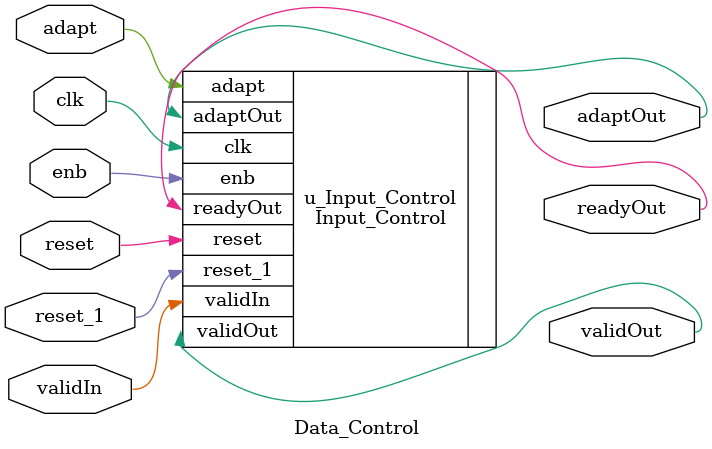
<source format=v>



`timescale 1 ns / 1 ns

module Data_Control
          (clk,
           reset,
           enb,
           reset_1,
           validIn,
           adapt,
           adaptOut,
           validOut,
           readyOut);


  input   clk;
  input   reset;
  input   enb;
  input   reset_1;
  input   validIn;
  input   adapt;
  output  adaptOut;
  output  validOut;
  output  readyOut;




  Input_Control u_Input_Control (.clk(clk),
                                 .reset(reset),
                                 .enb(enb),
                                 .reset_1(reset_1),
                                 .validIn(validIn),
                                 .adapt(adapt),
                                 .adaptOut(adaptOut),
                                 .validOut(validOut),
                                 .readyOut(readyOut)
                                 );

endmodule  // Data_Control


</source>
